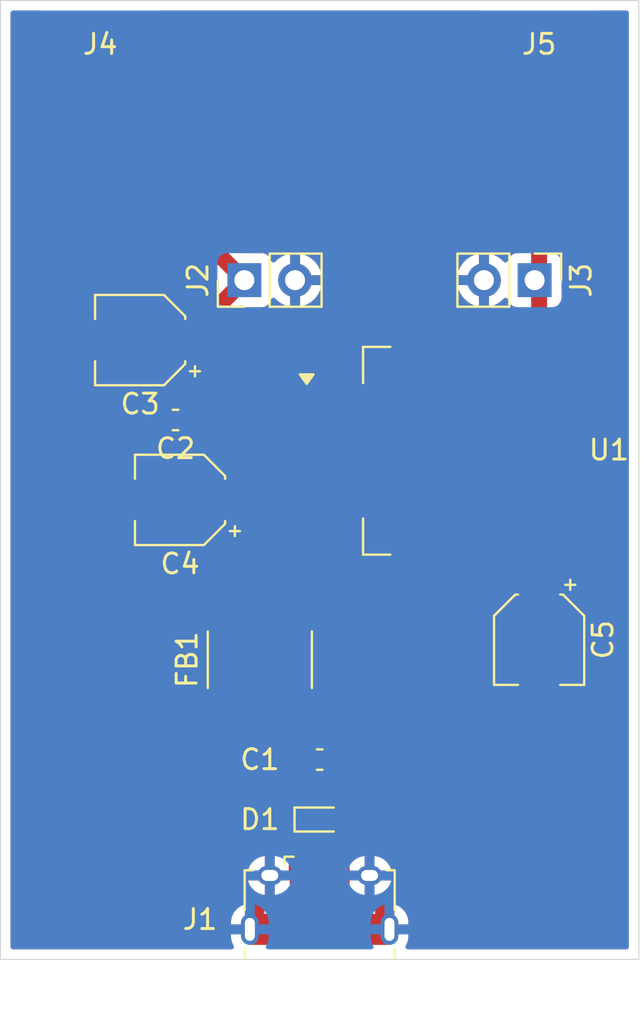
<source format=kicad_pcb>
(kicad_pcb (version 20240108) (generator "pcbnew") (generator_version "8.0")
  (title_block (title "5V & 3V3 USB Micro Power Supply Breakout Board") (date "2025-02-11") (rev "v01"))
  (layers (0 "F.Cu" signal) (31 "B.Cu" signal) (34 "B.Paste" user) (35 "F.Paste" user) (36 "B.SilkS" user "B.Silkscreen") (37 "F.SilkS" user "F.Silkscreen") (38 "B.Mask" user) (39 "F.Mask" user) (44 "Edge.Cuts" user))
  (net 0 "")
  (net 1 "VBUS")
  (net 2 "GND")
  (net 3 "+5V")
  (net 4 "+3V3")
  (footprint "Connector_Wire:SolderWirePad_1x01_SMD_5x10mm" (layer "F.Cu") (at 149 98)
    (property "Reference" "J4" (at 0 -3.81 0) (layer "F.SilkS"))
    (property "Value" "SMD 5V Pad")
    (pad "1" smd rect (at 0 0) (size 5 10) (layers "F.Cu" "F.Paste" "F.Mask") (net 3 "+5V"))
  )
  (footprint "Connector_PinHeader_2.54mm:PinHeader_1x02_P2.54mm_Vertical" (layer "F.Cu") (at 156.225 106 90)
    (property "Reference" "J2" (at 0 -2.33 90) (layer "F.SilkS"))
    (property "Value" "THT 5V Jumper")
    (fp_line (start -1.33 -1.33) (end 0 -1.33) (stroke (width 0.12)) (layer "F.SilkS"))
    (fp_line (start -1.33 0) (end -1.33 -1.33) (stroke (width 0.12)) (layer "F.SilkS"))
    (fp_line (start 1.33 1.27) (end 1.33 3.87) (stroke (width 0.12)) (layer "F.SilkS"))
    (fp_line (start -1.33 1.27) (end 1.33 1.27) (stroke (width 0.12)) (layer "F.SilkS"))
    (fp_line (start -1.33 1.27) (end -1.33 3.87) (stroke (width 0.12)) (layer "F.SilkS"))
    (fp_line (start -1.33 3.87) (end 1.33 3.87) (stroke (width 0.12)) (layer "F.SilkS"))
    (pad "1" thru_hole rect (at 0 0 90) (size 1.7 1.7) (drill 1) (layers "*.Cu" "*.Mask") (net 3 "+5V"))
    (pad "2" thru_hole oval (at 0 2.54 90) (size 1.7 1.7) (drill 1) (layers "*.Cu" "*.Mask") (net 2 "GND"))
  )
  (footprint "Capacitor_SMD:CP_Elec_4x4.5" (layer "F.Cu") (at 151 109 180)
    (property "Reference" "C3" (at 0 -3.2 0) (layer "F.SilkS"))
    (property "Value" "10u")
    (fp_line (start 2.26 2.26) (end 2.26 1.06) (stroke (width 0.12)) (layer "F.SilkS"))
    (fp_line (start 2.26 -2.26) (end 2.26 -1.06) (stroke (width 0.12)) (layer "F.SilkS"))
    (fp_line (start -1.195563 2.26) (end 2.26 2.26) (stroke (width 0.12)) (layer "F.SilkS"))
    (fp_line (start -1.195563 -2.26) (end 2.26 -2.26) (stroke (width 0.12)) (layer "F.SilkS"))
    (fp_line (start -2.26 1.195563) (end -1.195563 2.26) (stroke (width 0.12)) (layer "F.SilkS"))
    (fp_line (start -2.26 1.195563) (end -2.26 1.06) (stroke (width 0.12)) (layer "F.SilkS"))
    (fp_line (start -2.26 -1.195563) (end -1.195563 -2.26) (stroke (width 0.12)) (layer "F.SilkS"))
    (fp_line (start -2.26 -1.195563) (end -2.26 -1.06) (stroke (width 0.12)) (layer "F.SilkS"))
    (fp_line (start -2.75 -1.81) (end -2.75 -1.31) (stroke (width 0.12)) (layer "F.SilkS"))
    (fp_line (start -3 -1.56) (end -2.5 -1.56) (stroke (width 0.12)) (layer "F.SilkS"))
    (pad "1" smd roundrect (at -1.8 0 180) (size 2.6 1.6) (layers "F.Cu" "F.Paste" "F.Mask") (roundrect_rratio 0.15625) (net 3 "+5V"))
    (pad "2" smd roundrect (at 1.8 0 180) (size 2.6 1.6) (layers "F.Cu" "F.Paste" "F.Mask") (roundrect_rratio 0.15625) (net 2 "GND"))
  )
  (footprint "Connector_USB:USB_Micro-B_Amphenol_10118194-0001LF_Horizontal" (layer "F.Cu") (at 160 137.2)
    (property "Reference" "J1" (at -6 0.8 0) (layer "F.SilkS"))
    (property "Value" "USB_B_Micro")
    (fp_line (start -3.76 -1.66) (end -3.34 -1.66) (stroke (width 0.12)) (layer "F.SilkS"))
    (fp_line (start -3.76 0.32) (end -3.76 -1.66) (stroke (width 0.12)) (layer "F.SilkS"))
    (fp_line (start -3.76 2.69) (end -3.76 2.29) (stroke (width 0.12)) (layer "F.SilkS"))
    (fp_line (start -1.76 -1.89) (end -1.76 -2.34) (stroke (width 0.12)) (layer "F.SilkS"))
    (fp_line (start -1.31 -2.34) (end -1.76 -2.34) (stroke (width 0.12)) (layer "F.SilkS"))
    (fp_line (start 3.76 -1.66) (end 3.34 -1.66) (stroke (width 0.12)) (layer "F.SilkS"))
    (fp_line (start 3.76 0.32) (end 3.76 -1.66) (stroke (width 0.12)) (layer "F.SilkS"))
    (fp_line (start 3.76 2.29) (end 3.76 2.69) (stroke (width 0.12)) (layer "F.SilkS"))
    (pad "1" smd roundrect (at -1.3 -1.4) (size 0.4 1.35) (layers "F.Cu" "F.Paste" "F.Mask") (net 1 "VBUS"))
    (pad "2" smd roundrect (at -0.65 -1.4) (size 0.4 1.35) (layers "F.Cu" "F.Paste" "F.Mask"))
    (pad "3" smd roundrect (at 0 -1.4) (size 0.4 1.35) (layers "F.Cu" "F.Paste" "F.Mask"))
    (pad "4" smd roundrect (at 0.65 -1.4) (size 0.4 1.35) (layers "F.Cu" "F.Paste" "F.Mask"))
    (pad "5" smd roundrect (at 1.3 -1.4) (size 0.4 1.35) (layers "F.Cu" "F.Paste" "F.Mask") (net 2 "GND"))
    (pad "6" thru_hole oval (at -3.5 1.3) (size 0.89 1.55) (drill oval 0.5 1.15) (property pad_prop_heatsink) (layers "*.Cu" "*.Mask") (net 2 "GND"))
    (pad "6" smd roundrect (at -3.025 1.3) (size 1.45 1.55) (layers "F.Cu" "F.Paste" "F.Mask") (roundrect_rratio 0.1724137931) (net 2 "GND"))
    (pad "6" thru_hole oval (at -2.5 -1.4) (size 1.25 0.95) (drill oval 0.85 0.55) (property pad_prop_heatsink) (layers "*.Cu" "*.Mask") (net 2 "GND"))
    (pad "6" smd roundrect (at -1 1.3) (size 1.5 1.55) (layers "F.Cu" "F.Paste" "F.Mask") (roundrect_rratio 0.1666666667) (net 2 "GND"))
    (pad "6" smd roundrect (at 1 1.3) (size 1.5 1.55) (layers "F.Cu" "F.Paste" "F.Mask") (roundrect_rratio 0.1666666667) (net 2 "GND"))
    (pad "6" thru_hole oval (at 2.5 -1.4) (size 1.25 0.95) (drill oval 0.85 0.55) (property pad_prop_heatsink) (layers "*.Cu" "*.Mask") (net 2 "GND"))
    (pad "6" smd roundrect (at 3.025 1.3) (size 1.45 1.55) (layers "F.Cu" "F.Paste" "F.Mask") (roundrect_rratio 0.1724137931) (net 2 "GND"))
    (pad "6" thru_hole oval (at 3.5 1.3) (size 0.89 1.55) (drill oval 0.5 1.15) (property pad_prop_heatsink) (layers "*.Cu" "*.Mask") (net 2 "GND"))
  )
  (footprint "Connector_Wire:SolderWirePad_1x01_SMD_5x10mm" (layer "F.Cu") (at 171 98)
    (property "Reference" "J5" (at 0 -3.81 0) (layer "F.SilkS"))
    (property "Value" "SMD 3V3 Pad")
    (pad "1" smd rect (at 0 0) (size 5 10) (layers "F.Cu" "F.Paste" "F.Mask") (net 4 "+3V3"))
  )
  (footprint "Capacitor_SMD:CP_Elec_4x4.5" (layer "F.Cu") (at 171 124 -90)
    (property "Reference" "C5" (at 0 -3.2 90) (layer "F.SilkS"))
    (property "Value" "10u")
    (fp_line (start -1.195563 2.26) (end 2.26 2.26) (stroke (width 0.12)) (layer "F.SilkS"))
    (fp_line (start 2.26 2.26) (end 2.26 1.06) (stroke (width 0.12)) (layer "F.SilkS"))
    (fp_line (start -2.26 1.195563) (end -1.195563 2.26) (stroke (width 0.12)) (layer "F.SilkS"))
    (fp_line (start -2.26 1.195563) (end -2.26 1.06) (stroke (width 0.12)) (layer "F.SilkS"))
    (fp_line (start -2.26 -1.195563) (end -2.26 -1.06) (stroke (width 0.12)) (layer "F.SilkS"))
    (fp_line (start -2.26 -1.195563) (end -1.195563 -2.26) (stroke (width 0.12)) (layer "F.SilkS"))
    (fp_line (start -3 -1.56) (end -2.5 -1.56) (stroke (width 0.12)) (layer "F.SilkS"))
    (fp_line (start -2.75 -1.81) (end -2.75 -1.31) (stroke (width 0.12)) (layer "F.SilkS"))
    (fp_line (start -1.195563 -2.26) (end 2.26 -2.26) (stroke (width 0.12)) (layer "F.SilkS"))
    (fp_line (start 2.26 -2.26) (end 2.26 -1.06) (stroke (width 0.12)) (layer "F.SilkS"))
    (pad "1" smd roundrect (at -1.8 0 270) (size 2.6 1.6) (layers "F.Cu" "F.Paste" "F.Mask") (roundrect_rratio 0.15625) (net 4 "+3V3"))
    (pad "2" smd roundrect (at 1.8 0 270) (size 2.6 1.6) (layers "F.Cu" "F.Paste" "F.Mask") (roundrect_rratio 0.15625) (net 2 "GND"))
  )
  (footprint "Capacitor_SMD:C_0603_1608Metric" (layer "F.Cu") (at 152.775 113 180)
    (property "Reference" "C2" (at 0 -1.43 360) (layer "F.SilkS"))
    (property "Value" "100n")
    (fp_line (start -0.14058 0.51) (end 0.14058 0.51) (stroke (width 0.12)) (layer "F.SilkS"))
    (fp_line (start -0.14058 -0.51) (end 0.14058 -0.51) (stroke (width 0.12)) (layer "F.SilkS"))
    (pad "1" smd roundrect (at -0.775 0 180) (size 0.9 0.95) (layers "F.Cu" "F.Paste" "F.Mask") (net 3 "+5V"))
    (pad "2" smd roundrect (at 0.775 0 180) (size 0.9 0.95) (layers "F.Cu" "F.Paste" "F.Mask") (net 2 "GND"))
  )
  (footprint "Capacitor_SMD:CP_Elec_4x4.5" (layer "F.Cu") (at 153 117 180)
    (property "Reference" "C4" (at 0 -3.2 0) (layer "F.SilkS"))
    (property "Value" "10u")
    (fp_line (start 2.26 2.26) (end 2.26 1.06) (stroke (width 0.12)) (layer "F.SilkS"))
    (fp_line (start 2.26 -2.26) (end 2.26 -1.06) (stroke (width 0.12)) (layer "F.SilkS"))
    (fp_line (start -1.195563 2.26) (end 2.26 2.26) (stroke (width 0.12)) (layer "F.SilkS"))
    (fp_line (start -1.195563 -2.26) (end 2.26 -2.26) (stroke (width 0.12)) (layer "F.SilkS"))
    (fp_line (start -2.26 1.195563) (end -1.195563 2.26) (stroke (width 0.12)) (layer "F.SilkS"))
    (fp_line (start -2.26 1.195563) (end -2.26 1.06) (stroke (width 0.12)) (layer "F.SilkS"))
    (fp_line (start -2.26 -1.195563) (end -1.195563 -2.26) (stroke (width 0.12)) (layer "F.SilkS"))
    (fp_line (start -2.26 -1.195563) (end -2.26 -1.06) (stroke (width 0.12)) (layer "F.SilkS"))
    (fp_line (start -2.75 -1.81) (end -2.75 -1.31) (stroke (width 0.12)) (layer "F.SilkS"))
    (fp_line (start -3 -1.56) (end -2.5 -1.56) (stroke (width 0.12)) (layer "F.SilkS"))
    (pad "1" smd roundrect (at -1.8 0 180) (size 2.6 1.6) (layers "F.Cu" "F.Paste" "F.Mask") (roundrect_rratio 0.15625) (net 3 "+5V"))
    (pad "2" smd roundrect (at 1.8 0 180) (size 2.6 1.6) (layers "F.Cu" "F.Paste" "F.Mask") (roundrect_rratio 0.15625) (net 2 "GND"))
  )
  (footprint "Capacitor_SMD:C_0603_1608Metric" (layer "F.Cu") (at 160 130)
    (property "Reference" "C1" (at -3 0 0) (layer "F.SilkS"))
    (property "Value" "10n")
    (fp_line (start -0.14058 -0.51) (end 0.14058 -0.51) (stroke (width 0.12)) (layer "F.SilkS"))
    (fp_line (start -0.14058 0.51) (end 0.14058 0.51) (stroke (width 0.12)) (layer "F.SilkS"))
    (pad "1" smd roundrect (at -0.775 0) (size 0.9 0.95) (layers "F.Cu" "F.Paste" "F.Mask") (net 1 "VBUS"))
    (pad "2" smd roundrect (at 0.775 0) (size 0.9 0.95) (layers "F.Cu" "F.Paste" "F.Mask") (net 2 "GND"))
  )
  (footprint "Package_TO_SOT_SMD:TO-263-3_TabPin2" (layer "F.Cu") (at 167 114.54)
    (property "Reference" "U1" (at 7.5 -0.04 0) (layer "F.SilkS"))
    (property "Value" "LMS1585AIS-3.3")
    (fp_line (start -4.825 -5.2) (end -4.825 -3.39) (stroke (width 0.12)) (layer "F.SilkS"))
    (fp_line (start -4.825 5.2) (end -4.825 3.39) (stroke (width 0.12)) (layer "F.SilkS"))
    (fp_line (start -3.46 -5.2) (end -4.825 -5.2) (stroke (width 0.12)) (layer "F.SilkS"))
    (fp_line (start -3.46 5.2) (end -4.825 5.2) (stroke (width 0.12)) (layer "F.SilkS"))
    (fp_poly (pts (xy -7.65 -3.35) (xy -7.99 -3.82) (xy -7.31 -3.82) (xy -7.65 -3.35)) (stroke (width 0.12)) (fill solid) (layer "F.SilkS"))
    (pad "1" smd roundrect (at -7.65 -2.54) (size 4.6 1.1) (layers "F.Cu" "F.Paste" "F.Mask") (roundrect_rratio 0.227273) (net 2 "GND"))
    (pad "2" smd roundrect (at -7.65 0) (size 4.6 1.1) (layers "F.Cu" "F.Paste" "F.Mask") (roundrect_rratio 0.227273) (net 4 "+3V3"))
    (pad "2" smd roundrect (at -0.925 -2.775) (size 4.55 5.25) (layers "F.Cu" "F.Paste") (roundrect_rratio 0.054945) (net 4 "+3V3"))
    (pad "2" smd roundrect (at -0.925 2.775) (size 4.55 5.25) (layers "F.Cu" "F.Paste") (roundrect_rratio 0.054945) (net 4 "+3V3"))
    (pad "2" smd roundrect (at 1.5 0) (size 9.4 10.8) (layers "F.Cu" "F.Mask") (roundrect_rratio 0.026596) (net 4 "+3V3"))
    (pad "2" smd roundrect (at 3.925 -2.775) (size 4.55 5.25) (layers "F.Cu" "F.Paste") (roundrect_rratio 0.054945) (net 4 "+3V3"))
    (pad "2" smd roundrect (at 3.925 2.775) (size 4.55 5.25) (layers "F.Cu" "F.Paste") (roundrect_rratio 0.054945) (net 4 "+3V3"))
    (pad "3" smd roundrect (at -7.65 2.54) (size 4.6 1.1) (layers "F.Cu" "F.Paste" "F.Mask") (roundrect_rratio 0.227273) (net 3 "+5V"))
  )
  (footprint "Connector_PinHeader_2.54mm:PinHeader_1x02_P2.54mm_Vertical" (layer "F.Cu") (at 170.775 106 -90)
    (property "Reference" "J3" (at 0 -2.33 90) (layer "F.SilkS"))
    (property "Value" "THT 3V3 Jumper")
    (fp_line (start -1.33 3.87) (end 1.33 3.87) (stroke (width 0.12)) (layer "F.SilkS"))
    (fp_line (start -1.33 1.27) (end -1.33 3.87) (stroke (width 0.12)) (layer "F.SilkS"))
    (fp_line (start -1.33 1.27) (end 1.33 1.27) (stroke (width 0.12)) (layer "F.SilkS"))
    (fp_line (start 1.33 1.27) (end 1.33 3.87) (stroke (width 0.12)) (layer "F.SilkS"))
    (fp_line (start -1.33 0) (end -1.33 -1.33) (stroke (width 0.12)) (layer "F.SilkS"))
    (fp_line (start -1.33 -1.33) (end 0 -1.33) (stroke (width 0.12)) (layer "F.SilkS"))
    (pad "1" thru_hole rect (at 0 0 270) (size 1.7 1.7) (drill 1) (layers "*.Cu" "*.Mask") (net 4 "+3V3"))
    (pad "2" thru_hole oval (at 0 2.54 270) (size 1.7 1.7) (drill 1) (layers "*.Cu" "*.Mask") (net 2 "GND"))
  )
  (footprint "Capacitor_SMD:C_2220_5750Metric_Pad1.97x5.40mm_HandSolder" (layer "F.Cu") (at 157 125 90)
    (property "Reference" "FB1" (at 0 -3.65 90) (layer "F.SilkS"))
    (property "Value" "300R @ 100 MHz")
    (fp_line (start -1.415748 -2.61) (end 1.415748 -2.61) (stroke (width 0.12)) (layer "F.SilkS"))
    (fp_line (start -1.415748 2.61) (end 1.415748 2.61) (stroke (width 0.12)) (layer "F.SilkS"))
    (pad "1" smd roundrect (at -2.6375 0 90) (size 1.975 5.4) (layers "F.Cu" "F.Paste" "F.Mask") (roundrect_rratio 0.126582) (net 1 "VBUS"))
    (pad "2" smd roundrect (at 2.6375 0 90) (size 1.975 5.4) (layers "F.Cu" "F.Paste" "F.Mask") (roundrect_rratio 0.126582) (net 3 "+5V"))
  )
  (footprint "Diode_SMD:D_SOD-523" (layer "F.Cu") (at 160 133)
    (property "Reference" "D1" (at -3 0 0) (layer "F.SilkS"))
    (property "Value" "ESDB5V0WT")
    (fp_line (start -1.26 -0.6) (end -1.26 0.6) (stroke (width 0.12)) (layer "F.SilkS"))
    (fp_line (start 0.7 -0.6) (end -1.26 -0.6) (stroke (width 0.12)) (layer "F.SilkS"))
    (fp_line (start 0.7 0.6) (end -1.26 0.6) (stroke (width 0.12)) (layer "F.SilkS"))
    (pad "1" smd roundrect (at -0.7 0 180) (size 0.6 0.7) (layers "F.Cu" "F.Paste" "F.Mask") (net 1 "VBUS"))
    (pad "2" smd roundrect (at 0.7 0 180) (size 0.6 0.7) (layers "F.Cu" "F.Paste" "F.Mask") (net 2 "GND"))
  )
  (gr_rect (start 144 92) (end 176 140) (stroke (width 0.05)) (fill none) (layer "Edge.Cuts"))
  (segment (start 158.7 133.6) (end 159.3 133) (width 0.5) (layer "F.Cu") (net 1))
  (segment (start 159.3 133) (end 159.3 129.9375) (width 0.5) (layer "F.Cu") (net 1))
  (segment (start 159.3 129.9375) (end 157 127.6375) (width 0.5) (layer "F.Cu") (net 1))
  (segment (start 158.7 135.8) (end 158.7 133.6) (width 0.5) (layer "F.Cu") (net 1))
  (segment (start 154.8 117) (end 153.5 115.7) (width 0.8) (layer "F.Cu") (net 3))
  (segment (start 159 120.3625) (end 159 119) (width 0.8) (layer "F.Cu") (net 3))
  (segment (start 157 122.3625) (end 159 120.3625) (width 0.8) (layer "F.Cu") (net 3))
  (segment (start 157 117) (end 154.8 117) (width 0.8) (layer "F.Cu") (net 3))
  (segment (start 152.8 109) (end 153.225 109) (width 0.8) (layer "F.Cu") (net 3))
  (segment (start 152.8 109.8) (end 152.8 109) (width 0.8) (layer "F.Cu") (net 3))
  (segment (start 153.5 110.5) (end 152.8 109.8) (width 0.8) (layer "F.Cu") (net 3))
  (segment (start 153.225 109) (end 156.225 106) (width 0.8) (layer "F.Cu") (net 3))
  (segment (start 156.225 106) (end 149 98.775) (width 0.8) (layer "F.Cu") (net 3))
  (segment (start 149 98.775) (end 149 98) (width 0.8) (layer "F.Cu") (net 3))
  (segment (start 159 119) (end 157 117) (width 0.8) (layer "F.Cu") (net 3))
  (segment (start 153.5 115.7) (end 153.5 110.5) (width 0.8) (layer "F.Cu") (net 3))
  (segment (start 171 122.2) (end 171 98) (width 0.8) (layer "F.Cu") (net 4))
  (zone (net 2) (net_name "GND") (layer "F.Cu") (connect_pads (clearance 0.5)) (min_thickness 0.25) (fill yes (thermal_gap 0.5) (thermal_bridge_width 0.5))
    (polygon (pts (xy 144 92) (xy 144 140) (xy 176 140) (xy 176 92)))
  )
  (zone (net 2) (net_name "GND") (layer "B.Cu") (priority 1) (connect_pads (clearance 0.5)) (min_thickness 0.25) (fill yes (thermal_gap 0.5) (thermal_bridge_width 0.5))
    (polygon (pts (xy 144 92) (xy 144 140) (xy 176 140) (xy 176 92)))
  )
)
</source>
